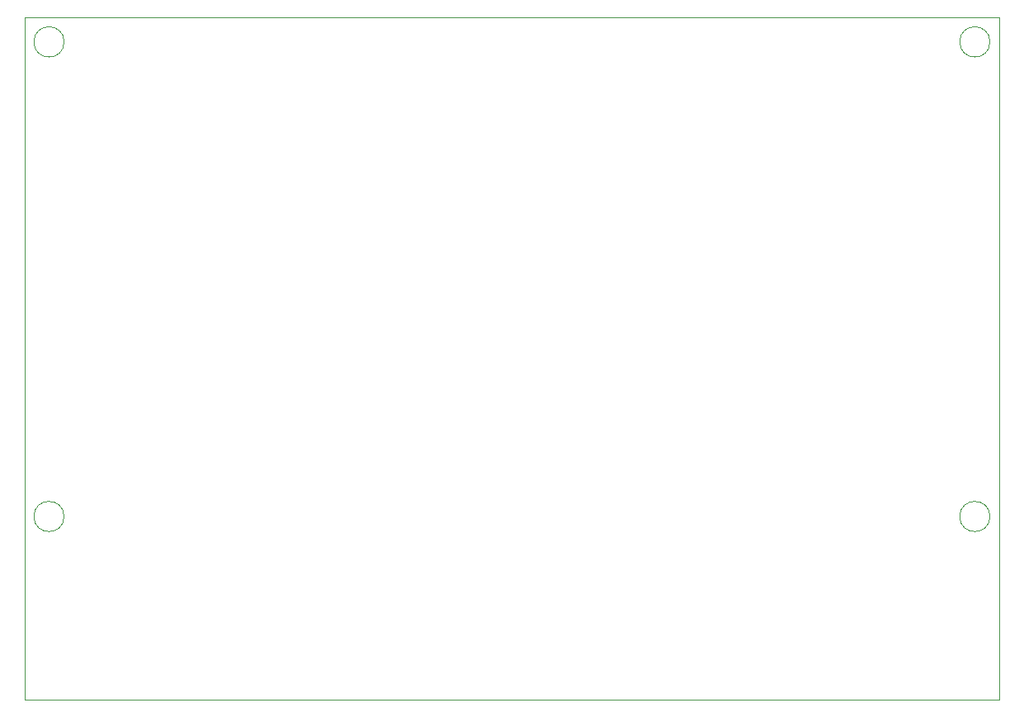
<source format=gbr>
%TF.GenerationSoftware,KiCad,Pcbnew,8.0.4*%
%TF.CreationDate,2024-08-26T16:46:39+08:00*%
%TF.ProjectId,ESP_Board_Test,4553505f-426f-4617-9264-5f546573742e,rev?*%
%TF.SameCoordinates,Original*%
%TF.FileFunction,Profile,NP*%
%FSLAX46Y46*%
G04 Gerber Fmt 4.6, Leading zero omitted, Abs format (unit mm)*
G04 Created by KiCad (PCBNEW 8.0.4) date 2024-08-26 16:46:39*
%MOMM*%
%LPD*%
G01*
G04 APERTURE LIST*
%TA.AperFunction,Profile*%
%ADD10C,0.050000*%
%TD*%
G04 APERTURE END LIST*
D10*
X25000000Y-25000000D02*
X125000000Y-25000000D01*
X125000000Y-95000000D01*
X25000000Y-95000000D01*
X25000000Y-25000000D01*
X124050202Y-76200000D02*
G75*
G02*
X120949798Y-76200000I-1550202J0D01*
G01*
X120949798Y-76200000D02*
G75*
G02*
X124050202Y-76200000I1550202J0D01*
G01*
X29050000Y-27500000D02*
G75*
G02*
X25950000Y-27500000I-1550000J0D01*
G01*
X25950000Y-27500000D02*
G75*
G02*
X29050000Y-27500000I1550000J0D01*
G01*
X124050202Y-27500000D02*
G75*
G02*
X120949798Y-27500000I-1550202J0D01*
G01*
X120949798Y-27500000D02*
G75*
G02*
X124050202Y-27500000I1550202J0D01*
G01*
X29050000Y-76200000D02*
G75*
G02*
X25950000Y-76200000I-1550000J0D01*
G01*
X25950000Y-76200000D02*
G75*
G02*
X29050000Y-76200000I1550000J0D01*
G01*
M02*

</source>
